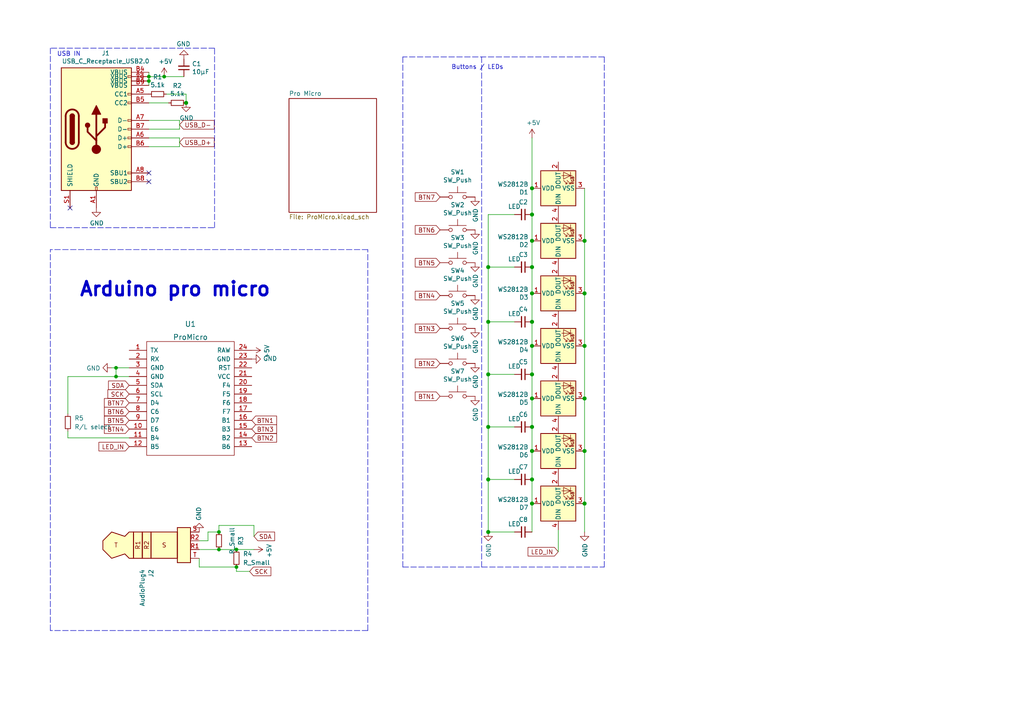
<source format=kicad_sch>
(kicad_sch (version 20211123) (generator eeschema)
  (paper "A4")
  (lib_symbols
    (symbol "Connector:AudioPlug4"
      (property "Reference" "J" (at 10.16 5.08 0))
      (property "Value" "AudioPlug4" (at 11.43 -7.62 0))
      (symbol "AudioPlug4_0_0"
        (text "R1" (at -2.54 -1.27 900) (effects (font (size 1.27 1.27))))
        (text "R2" (at 0 -1.27 900) (effects (font (size 1.27 1.27))))
        (text "S" (at 5.08 -1.27 0) (effects (font (size 1.27 1.27))))
        (text "T" (at -8.89 -1.27 0) (effects (font (size 1.27 1.27))))
      )
      (symbol "AudioPlug4_0_1"
        (rectangle (start -1.27 2.54) (end -3.81 -5.08) (stroke (width 0.254)) (fill (type background)))
        (polyline (pts (xy -3.81 2.54) (xy -5.08 2.54) (xy -6.35 1.27) (xy -10.16 2.54) (xy -12.7 0) (xy -12.7 -2.54) (xy -10.16 -5.08) (xy -6.35 -3.81) (xy -5.08 -5.08) (xy -3.81 -5.08) (xy -3.81 2.54)) (stroke (width 0.254)) (fill (type background)))
        (rectangle (start 1.27 2.54) (end -1.27 -5.08) (stroke (width 0.254)) (fill (type background)))
        (rectangle (start 1.27 2.54) (end 8.89 -5.08) (stroke (width 0.254)) (fill (type background)))
        (rectangle (start 12.7 3.81) (end 8.89 -6.35) (stroke (width 0.254)) (fill (type background)))
      )
      (symbol "AudioPlug4_1_1"
        (pin passive line (at 15.24 -2.54 180) (length 2.54) (name "~") (number "R1"))
        (pin passive line (at 15.24 0 180) (length 2.54) (name "~") (number "R2"))
        (pin passive line (at 15.24 2.54 180) (length 2.54) (name "~") (number "S"))
        (pin passive line (at 15.24 -5.08 180) (length 2.54) (name "~") (number "T"))
      )
    )
    (symbol "Device:C_Small" (pin_numbers hide) (pin_names (offset 0.254) hide)
      (property "Reference" "C" (at 0.254 1.778 0))
      (property "Value" "C_Small" (at 0.254 -2.032 0))
      (symbol "C_Small_0_1"
        (polyline (pts (xy -1.524 -0.508) (xy 1.524 -0.508)) (stroke (width 0.3302)))
        (polyline (pts (xy -1.524 0.508) (xy 1.524 0.508)) (stroke (width 0.3048)))
      )
      (symbol "C_Small_1_1"
        (pin passive line (at 0 2.54 270) (length 2.032) (name "~") (number "1"))
        (pin passive line (at 0 -2.54 90) (length 2.032) (name "~") (number "2"))
      )
    )
    (symbol "Device:R_Small" (pin_numbers hide) (pin_names (offset 0.254) hide)
      (property "Reference" "R" (at 0.762 0.508 0))
      (property "Value" "R_Small" (at 0.762 -1.016 0))
      (symbol "R_Small_0_1"
        (rectangle (start -0.762 1.778) (end 0.762 -1.778) (stroke (width 0.2032)))
      )
      (symbol "R_Small_1_1"
        (pin passive line (at 0 2.54 270) (length 0.762) (name "~") (number "1"))
        (pin passive line (at 0 -2.54 90) (length 0.762) (name "~") (number "2"))
      )
    )
    (symbol "LED:WS2812B" (pin_names (offset 0.254))
      (property "Reference" "D" (at 5.08 5.715 0))
      (property "Value" "WS2812B" (at 1.27 -5.715 0))
      (symbol "WS2812B_0_0"
        (text "RGB" (at 2.286 -4.191 0) (effects (font (size 0.762 0.762))))
      )
      (symbol "WS2812B_0_1"
        (polyline (pts (xy 1.27 -3.556) (xy 1.778 -3.556)))
        (polyline (pts (xy 1.27 -2.54) (xy 1.778 -2.54)))
        (polyline (pts (xy 4.699 -3.556) (xy 2.667 -3.556)))
        (polyline (pts (xy 2.286 -2.54) (xy 1.27 -3.556) (xy 1.27 -3.048)))
        (polyline (pts (xy 2.286 -1.524) (xy 1.27 -2.54) (xy 1.27 -2.032)))
        (polyline (pts (xy 3.683 -1.016) (xy 3.683 -3.556) (xy 3.683 -4.064)))
        (polyline (pts (xy 4.699 -1.524) (xy 2.667 -1.524) (xy 3.683 -3.556) (xy 4.699 -1.524)))
        (rectangle (start 5.08 5.08) (end -5.08 -5.08) (stroke (width 0.254)) (fill (type background)))
      )
      (symbol "WS2812B_1_1"
        (pin power_in line (at 0 7.62 270) (length 2.54) (name "VDD") (number "1"))
        (pin output line (at 7.62 0 180) (length 2.54) (name "DOUT") (number "2"))
        (pin power_in line (at 0 -7.62 90) (length 2.54) (name "VSS") (number "3"))
        (pin input line (at -7.62 0 0) (length 2.54) (name "DIN") (number "4"))
      )
    )
    (symbol "Library:USB_C_All_Receptacle_USB2.0" (pin_names (offset 1.016))
      (property "Reference" "J" (at -10.16 19.05 0))
      (property "Value" "USB_C_All_Receptacle_USB2.0" (at 19.05 19.05 0))
      (symbol "USB_C_All_Receptacle_USB2.0_0_0"
        (rectangle (start -0.254 -17.78) (end 0.254 -16.764))
        (rectangle (start 10.16 -14.986) (end 9.144 -15.494))
        (rectangle (start 10.16 -12.446) (end 9.144 -12.954))
        (rectangle (start 10.16 -4.826) (end 9.144 -5.334))
        (rectangle (start 10.16 -2.286) (end 9.144 -2.794))
        (rectangle (start 10.16 0.254) (end 9.144 -0.254))
        (rectangle (start 10.16 2.794) (end 9.144 2.286))
        (rectangle (start 10.16 7.874) (end 9.144 7.366))
        (rectangle (start 10.16 10.414) (end 9.144 9.906))
        (rectangle (start 10.16 15.494) (end 9.144 14.986))
      )
      (symbol "USB_C_All_Receptacle_USB2.0_0_1"
        (rectangle (start -10.16 17.78) (end 10.16 -17.78) (stroke (width 0.254)) (fill (type background)))
        (arc (start -8.89 -3.81) (mid -6.985 -5.715) (end -5.08 -3.81) (stroke (width 0.508)))
        (arc (start -7.62 -3.81) (mid -6.985 -4.445) (end -6.35 -3.81) (stroke (width 0.254)))
        (arc (start -7.62 -3.81) (mid -6.985 -4.445) (end -6.35 -3.81) (stroke (width 0.254)) (fill (type outline)))
        (rectangle (start -7.62 -3.81) (end -6.35 3.81) (stroke (width 0.254)) (fill (type outline)))
        (arc (start -6.35 3.81) (mid -6.985 4.445) (end -7.62 3.81) (stroke (width 0.254)))
        (arc (start -6.35 3.81) (mid -6.985 4.445) (end -7.62 3.81) (stroke (width 0.254)) (fill (type outline)))
        (arc (start -5.08 3.81) (mid -6.985 5.715) (end -8.89 3.81) (stroke (width 0.508)))
        (circle (center -2.54 1.143) (radius 0.635) (stroke (width 0.254)) (fill (type outline)))
        (circle (center 0 -5.842) (radius 1.27) (fill (type outline)))
        (polyline (pts (xy -8.89 -3.81) (xy -8.89 3.81)) (stroke (width 0.508)))
        (polyline (pts (xy -5.08 3.81) (xy -5.08 -3.81)) (stroke (width 0.508)))
        (polyline (pts (xy 0 -5.842) (xy 0 4.318)) (stroke (width 0.508)))
        (polyline (pts (xy 0 -3.302) (xy -2.54 -0.762) (xy -2.54 0.508)) (stroke (width 0.508)))
        (polyline (pts (xy 0 -2.032) (xy 2.54 0.508) (xy 2.54 1.778)) (stroke (width 0.508)))
        (polyline (pts (xy -1.27 4.318) (xy 0 6.858) (xy 1.27 4.318) (xy -1.27 4.318)) (stroke (width 0.254)) (fill (type outline)))
        (rectangle (start 1.905 1.778) (end 3.175 3.048) (stroke (width 0.254)) (fill (type outline)))
      )
      (symbol "USB_C_All_Receptacle_USB2.0_1_1"
        (pin passive line (at 0 -22.86 90) (length 5.08) (name "GND") (number "A1"))
        (pin passive line (at 0 -22.86 90) (length 5.08) hide (name "GND") (number "A12"))
        (pin passive line (at 15.24 15.24 180) (length 5.08) (name "VBUS") (number "A4"))
        (pin bidirectional line (at 15.24 10.16 180) (length 5.08) (name "CC1") (number "A5"))
        (pin bidirectional line (at 15.24 -2.54 180) (length 5.08) (name "D+") (number "A6"))
        (pin bidirectional line (at 15.24 2.54 180) (length 5.08) (name "D-") (number "A7"))
        (pin bidirectional line (at 15.24 -12.7 180) (length 5.08) (name "SBU1") (number "A8"))
        (pin passive line (at 15.24 13.97 180) (length 5.08) (name "VBUS") (number "A9"))
        (pin passive line (at 0 -22.86 90) (length 5.08) hide (name "GND") (number "B1"))
        (pin passive line (at 0 -22.86 90) (length 5.08) hide (name "GND") (number "B12"))
        (pin passive line (at 15.24 16.51 180) (length 5.08) (name "VBUS") (number "B4"))
        (pin bidirectional line (at 15.24 7.62 180) (length 5.08) (name "CC2") (number "B5"))
        (pin bidirectional line (at 15.24 -5.08 180) (length 5.08) (name "D+") (number "B6"))
        (pin bidirectional line (at 15.24 0 180) (length 5.08) (name "D-") (number "B7"))
        (pin bidirectional line (at 15.24 -15.24 180) (length 5.08) (name "SBU2") (number "B8"))
        (pin passive line (at 15.24 12.7 180) (length 5.08) (name "VBUS") (number "B9"))
        (pin passive line (at -7.62 -22.86 90) (length 5.08) (name "SHIELD") (number "S1"))
      )
    )
    (symbol "Switch:SW_Push" (pin_numbers hide) (pin_names (offset 1.016) hide)
      (property "Reference" "SW" (at 1.27 2.54 0))
      (property "Value" "SW_Push" (at 0 -1.524 0))
      (symbol "SW_Push_0_1"
        (circle (center -2.032 0) (radius 0.508))
        (polyline (pts (xy 0 1.27) (xy 0 3.048)))
        (polyline (pts (xy 2.54 1.27) (xy -2.54 1.27)))
        (circle (center 2.032 0) (radius 0.508))
        (pin passive line (at -5.08 0 0) (length 2.54) (name "1") (number "1"))
        (pin passive line (at 5.08 0 180) (length 2.54) (name "2") (number "2"))
      )
    )
    (symbol "power:+5V" (power) (pin_names (offset 0))
      (property "Value" "+5V" (at 0 3.556 0))
      (symbol "+5V_0_1"
        (polyline (pts (xy -0.762 1.27) (xy 0 2.54)))
        (polyline (pts (xy 0 0) (xy 0 2.54)))
        (polyline (pts (xy 0 2.54) (xy 0.762 1.27)))
      )
      (symbol "+5V_1_1"
        (pin power_in line (at 0 0 90) (length 0) hide (name "+5V") (number "1"))
      )
    )
    (symbol "power:GND" (power) (pin_names (offset 0))
      (property "Value" "GND" (at 0 -3.81 0))
      (symbol "GND_0_1"
        (polyline (pts (xy 0 0) (xy 0 -1.27) (xy 1.27 -1.27) (xy 0 -2.54) (xy -1.27 -1.27) (xy 0 -1.27)))
      )
      (symbol "GND_1_1"
        (pin power_in line (at 0 0 270) (length 0) hide (name "GND") (number "1"))
      )
    )
    (symbol "promicro:ProMicro" (pin_names (offset 1.016))
      (property "Reference" "U" (at 0 24.13 0))
      (property "Value" "ProMicro" (at 0 -13.97 0))
      (symbol "ProMicro_0_1"
        (rectangle (start -12.7 21.59) (end 12.7 -11.43))
      )
      (symbol "ProMicro_1_1"
        (pin bidirectional line (at -17.78 19.05 0) (length 5.08) (name "TX") (number "1"))
        (pin bidirectional line (at -17.78 -3.81 0) (length 5.08) (name "E6") (number "10"))
        (pin bidirectional line (at -17.78 -6.35 0) (length 5.08) (name "B4") (number "11"))
        (pin bidirectional line (at -17.78 -8.89 0) (length 5.08) (name "B5") (number "12"))
        (pin bidirectional line (at 17.78 -8.89 180) (length 5.08) (name "B6") (number "13"))
        (pin bidirectional line (at 17.78 -6.35 180) (length 5.08) (name "B2") (number "14"))
        (pin bidirectional line (at 17.78 -3.81 180) (length 5.08) (name "B3") (number "15"))
        (pin bidirectional line (at 17.78 -1.27 180) (length 5.08) (name "B1") (number "16"))
        (pin bidirectional line (at 17.78 1.27 180) (length 5.08) (name "F7") (number "17"))
        (pin bidirectional line (at 17.78 3.81 180) (length 5.08) (name "F6") (number "18"))
        (pin bidirectional line (at 17.78 6.35 180) (length 5.08) (name "F5") (number "19"))
        (pin bidirectional line (at -17.78 16.51 0) (length 5.08) (name "RX") (number "2"))
        (pin bidirectional line (at 17.78 8.89 180) (length 5.08) (name "F4") (number "20"))
        (pin power_in line (at 17.78 11.43 180) (length 5.08) (name "VCC") (number "21"))
        (pin input line (at 17.78 13.97 180) (length 5.08) (name "RST") (number "22"))
        (pin power_in line (at 17.78 16.51 180) (length 5.08) (name "GND") (number "23"))
        (pin power_out line (at 17.78 19.05 180) (length 5.08) (name "RAW") (number "24"))
        (pin power_in line (at -17.78 13.97 0) (length 5.08) (name "GND") (number "3"))
        (pin power_in line (at -17.78 11.43 0) (length 5.08) (name "GND") (number "4"))
        (pin bidirectional line (at -17.78 8.89 0) (length 5.08) (name "SDA") (number "5"))
        (pin bidirectional line (at -17.78 6.35 0) (length 5.08) (name "SCL") (number "6"))
        (pin bidirectional line (at -17.78 3.81 0) (length 5.08) (name "D4") (number "7"))
        (pin bidirectional line (at -17.78 1.27 0) (length 5.08) (name "C6") (number "8"))
        (pin bidirectional line (at -17.78 -1.27 0) (length 5.08) (name "D7") (number "9"))
      )
    )
  )
  (junction (at 154.305 123.825) (diameter 1.016))
  (junction (at 63.5 159.385))
  (junction (at 33.655 106.68))
  (junction (at 154.305 100.33) (diameter 1.016))
  (junction (at 141.605 154.305) (diameter 1.016))
  (junction (at 68.58 159.385))
  (junction (at 53.975 29.845) (diameter 1.016))
  (junction (at 154.305 85.09) (diameter 1.016))
  (junction (at 169.545 69.85) (diameter 1.016))
  (junction (at 154.305 108.585) (diameter 1.016))
  (junction (at 47.625 22.225))
  (junction (at 154.305 54.61) (diameter 1.016))
  (junction (at 141.605 123.825) (diameter 1.016))
  (junction (at 43.18 23.495))
  (junction (at 154.305 139.065) (diameter 1.016))
  (junction (at 141.605 93.345) (diameter 1.016))
  (junction (at 154.305 115.57) (diameter 1.016))
  (junction (at 154.305 69.85) (diameter 1.016))
  (junction (at 169.545 115.57) (diameter 1.016))
  (junction (at 169.545 85.09) (diameter 1.016))
  (junction (at 154.305 93.345) (diameter 1.016))
  (junction (at 154.305 77.47) (diameter 1.016))
  (junction (at 33.655 109.22))
  (junction (at 141.605 108.585) (diameter 1.016))
  (junction (at 141.605 139.065) (diameter 1.016))
  (junction (at 169.545 100.33) (diameter 1.016))
  (junction (at 154.305 146.05) (diameter 1.016))
  (junction (at 154.305 62.23) (diameter 1.016))
  (junction (at 154.305 130.81) (diameter 1.016))
  (junction (at 141.605 77.47) (diameter 1.016))
  (junction (at 63.5 154.305))
  (junction (at 169.545 146.05) (diameter 1.016))
  (junction (at 43.18 22.225))
  (junction (at 169.545 130.81) (diameter 1.016))
  (junction (at 68.58 164.465))
  (no_connect (at 43.18 52.705))
  (no_connect (at 20.32 60.325))
  (no_connect (at 43.18 50.165))
  (wire (pts (xy 19.685 120.015) (xy 19.685 109.22)))
  (wire (pts (xy 154.305 40.005) (xy 154.305 54.61)))
  (polyline (pts (xy 62.23 13.97) (xy 14.605 13.97)) (stroke (width 0) (type dash)))
  (wire (pts (xy 43.18 42.545) (xy 52.07 42.545)))
  (polyline (pts (xy 106.68 182.88) (xy 106.68 72.39)) (stroke (width 0) (type dash)))
  (wire (pts (xy 154.305 123.825) (xy 154.305 130.81)))
  (wire (pts (xy 52.07 40.005) (xy 52.07 42.545)))
  (polyline (pts (xy 62.23 66.04) (xy 62.23 13.97)) (stroke (width 0) (type dash)))
  (wire (pts (xy 43.18 37.465) (xy 52.07 37.465)))
  (wire (pts (xy 169.545 69.85) (xy 169.545 85.09)))
  (wire (pts (xy 43.18 22.225) (xy 43.18 23.495)))
  (wire (pts (xy 169.545 130.81) (xy 169.545 146.05)))
  (wire (pts (xy 169.545 100.33) (xy 169.545 115.57)))
  (wire (pts (xy 149.225 139.065) (xy 141.605 139.065)))
  (wire (pts (xy 37.465 127) (xy 19.685 127)))
  (wire (pts (xy 141.605 93.345) (xy 141.605 77.47)))
  (polyline (pts (xy 116.84 164.465) (xy 175.26 164.465)) (stroke (width 0) (type dash)))
  (wire (pts (xy 63.5 152.4) (xy 63.5 154.305)))
  (wire (pts (xy 53.975 27.305) (xy 53.975 29.845)))
  (wire (pts (xy 149.225 123.825) (xy 141.605 123.825)))
  (wire (pts (xy 169.545 146.05) (xy 169.545 154.305)))
  (wire (pts (xy 141.605 123.825) (xy 141.605 108.585)))
  (wire (pts (xy 48.26 27.305) (xy 53.975 27.305)))
  (wire (pts (xy 154.305 139.065) (xy 154.305 146.05)))
  (wire (pts (xy 32.385 106.68) (xy 33.655 106.68)))
  (wire (pts (xy 43.18 34.925) (xy 52.07 34.925)))
  (wire (pts (xy 149.225 77.47) (xy 141.605 77.47)))
  (wire (pts (xy 68.58 164.465) (xy 57.785 164.465)))
  (wire (pts (xy 43.18 29.845) (xy 48.895 29.845)))
  (wire (pts (xy 72.39 165.735) (xy 68.58 165.735)))
  (wire (pts (xy 154.305 146.05) (xy 154.305 154.305)))
  (wire (pts (xy 141.605 139.065) (xy 141.605 154.305)))
  (wire (pts (xy 154.305 85.09) (xy 154.305 93.345)))
  (wire (pts (xy 63.5 159.385) (xy 68.58 159.385)))
  (wire (pts (xy 57.785 164.465) (xy 57.785 161.925)))
  (wire (pts (xy 169.545 115.57) (xy 169.545 130.81)))
  (polyline (pts (xy 106.68 72.39) (xy 14.605 72.39)) (stroke (width 0) (type dash)))
  (wire (pts (xy 37.465 109.22) (xy 33.655 109.22)))
  (wire (pts (xy 33.655 109.22) (xy 33.655 106.68)))
  (wire (pts (xy 141.605 77.47) (xy 141.605 62.23)))
  (wire (pts (xy 60.325 156.845) (xy 60.325 154.305)))
  (wire (pts (xy 154.305 93.345) (xy 154.305 100.33)))
  (wire (pts (xy 154.305 130.81) (xy 154.305 139.065)))
  (wire (pts (xy 43.18 23.495) (xy 43.18 24.765)))
  (wire (pts (xy 154.305 54.61) (xy 154.305 62.23)))
  (polyline (pts (xy 175.26 164.465) (xy 175.26 16.51)) (stroke (width 0) (type dash)))
  (wire (pts (xy 60.325 154.305) (xy 63.5 154.305)))
  (wire (pts (xy 57.785 156.845) (xy 60.325 156.845)))
  (wire (pts (xy 19.685 127) (xy 19.685 125.095)))
  (polyline (pts (xy 14.605 13.97) (xy 14.605 66.04)) (stroke (width 0) (type dash)))
  (wire (pts (xy 169.545 85.09) (xy 169.545 100.33)))
  (polyline (pts (xy 175.26 16.51) (xy 116.84 16.51)) (stroke (width 0) (type dash)))
  (wire (pts (xy 43.18 22.225) (xy 47.625 22.225)))
  (wire (pts (xy 68.58 165.735) (xy 68.58 164.465)))
  (wire (pts (xy 141.605 139.065) (xy 141.605 123.825)))
  (wire (pts (xy 154.305 62.23) (xy 154.305 69.85)))
  (polyline (pts (xy 14.605 182.88) (xy 14.605 72.39)) (stroke (width 0) (type dash)))
  (wire (pts (xy 149.225 62.23) (xy 141.605 62.23)))
  (wire (pts (xy 154.305 77.47) (xy 154.305 85.09)))
  (wire (pts (xy 149.225 108.585) (xy 141.605 108.585)))
  (wire (pts (xy 43.18 20.955) (xy 43.18 22.225)))
  (wire (pts (xy 141.605 154.305) (xy 149.225 154.305)))
  (wire (pts (xy 33.655 106.68) (xy 37.465 106.68)))
  (wire (pts (xy 52.07 34.925) (xy 52.07 37.465)))
  (polyline (pts (xy 106.68 182.88) (xy 14.605 182.88)) (stroke (width 0) (type dash)))
  (wire (pts (xy 154.305 108.585) (xy 154.305 115.57)))
  (wire (pts (xy 169.545 54.61) (xy 169.545 69.85)))
  (polyline (pts (xy 14.605 66.04) (xy 62.23 66.04)) (stroke (width 0) (type dash)))
  (wire (pts (xy 68.58 159.385) (xy 73.66 159.385)))
  (wire (pts (xy 43.18 40.005) (xy 52.07 40.005)))
  (wire (pts (xy 19.685 109.22) (xy 33.655 109.22)))
  (wire (pts (xy 154.305 100.33) (xy 154.305 108.585)))
  (wire (pts (xy 57.785 159.385) (xy 63.5 159.385)))
  (wire (pts (xy 161.925 153.67) (xy 161.925 160.02)))
  (wire (pts (xy 154.305 69.85) (xy 154.305 77.47)))
  (wire (pts (xy 141.605 108.585) (xy 141.605 93.345)))
  (wire (pts (xy 73.66 155.575) (xy 73.66 152.4)))
  (wire (pts (xy 47.625 22.225) (xy 53.34 22.225)))
  (polyline (pts (xy 139.7 16.51) (xy 139.7 164.465)) (stroke (width 0) (type dash)))
  (wire (pts (xy 73.66 152.4) (xy 63.5 152.4)))
  (polyline (pts (xy 116.84 16.51) (xy 116.84 164.465)) (stroke (width 0) (type dash)))
  (wire (pts (xy 149.225 93.345) (xy 141.605 93.345)))
  (wire (pts (xy 154.305 115.57) (xy 154.305 123.825)))
  (text "Arduino pro micro" (at 78.74 86.36 180) (effects (font (size 4 4) (thickness 0.8) bold) (justify right bottom)))
  (text "Buttons / LEDs" (at 146.05 20.32 180) (effects (font (size 1.27 1.27)) (justify right bottom)))
  (text "USB IN" (at 16.51 16.51 0) (effects (font (size 1.27 1.27)) (justify left bottom)))
  (global_label "BTN3" (shape input) (at 73.025 124.46 0) (property "Intersheet References" "${INTERSHEET_REFS}" (effects hide)))
  (global_label "BTN4" (shape input) (at 127.635 85.725 180) (property "Intersheet References" "${INTERSHEET_REFS}" (effects hide)))
  (global_label "BTN4" (shape input) (at 37.465 124.46 180) (property "Intersheet References" "${INTERSHEET_REFS}" (effects hide)))
  (global_label "BTN6" (shape input) (at 127.635 66.675 180) (property "Intersheet References" "${INTERSHEET_REFS}" (effects hide)))
  (global_label "BTN7" (shape input) (at 127.635 57.15 180) (property "Intersheet References" "${INTERSHEET_REFS}" (effects hide)))
  (global_label "BTN5" (shape input) (at 37.465 121.92 180) (property "Intersheet References" "${INTERSHEET_REFS}" (effects hide)))
  (global_label "BTN2" (shape input) (at 73.025 127 0) (property "Intersheet References" "${INTERSHEET_REFS}" (effects hide)))
  (global_label "BTN5" (shape input) (at 127.635 76.2 180) (property "Intersheet References" "${INTERSHEET_REFS}" (effects hide)))
  (global_label "BTN7" (shape input) (at 37.465 116.84 180) (property "Intersheet References" "${INTERSHEET_REFS}" (effects hide)))
  (global_label "BTN3" (shape input) (at 127.635 95.25 180) (property "Intersheet References" "${INTERSHEET_REFS}" (effects hide)))
  (global_label "BTN1" (shape input) (at 127.635 114.935 180) (property "Intersheet References" "${INTERSHEET_REFS}" (effects hide)))
  (global_label "LED_IN" (shape input) (at 161.925 160.02 180) (property "Intersheet References" "${INTERSHEET_REFS}" (effects hide)))
  (global_label "SCK" (shape input) (at 72.39 165.735 0) (property "Intersheet References" "${INTERSHEET_REFS}" (effects hide)))
  (global_label "SDA" (shape input) (at 37.465 111.76 180) (property "Intersheet References" "${INTERSHEET_REFS}" (effects hide)))
  (global_label "SDA" (shape input) (at 73.66 155.575 0) (property "Intersheet References" "${INTERSHEET_REFS}" (effects hide)))
  (global_label "LED_IN" (shape input) (at 37.465 129.54 180) (property "Intersheet References" "${INTERSHEET_REFS}" (effects hide)))
  (global_label "USB_D-" (shape input) (at 52.07 36.195 0) (property "Intersheet References" "${INTERSHEET_REFS}" (effects hide)))
  (global_label "USB_D+" (shape input) (at 52.07 41.275 0) (property "Intersheet References" "${INTERSHEET_REFS}" (effects hide)))
  (global_label "BTN1" (shape input) (at 73.025 121.92 0) (property "Intersheet References" "${INTERSHEET_REFS}" (effects hide)))
  (global_label "BTN2" (shape input) (at 127.635 105.41 180) (property "Intersheet References" "${INTERSHEET_REFS}" (effects hide)))
  (global_label "SCK" (shape input) (at 37.465 114.3 180) (property "Intersheet References" "${INTERSHEET_REFS}" (effects hide)))
  (global_label "BTN6" (shape input) (at 37.465 119.38 180) (property "Intersheet References" "${INTERSHEET_REFS}" (effects hide)))
  (symbol (lib_id "power:GND") (at 137.795 105.41 0) (unit 1)
    (property "Reference" "#PWR0108" (effects hide))
    (property "Value" "GND" (at 137.922 108.6612 90) (effects (justify right)))
  )
  (symbol (lib_id "power:GND") (at 137.795 57.15 0) (unit 1)
    (property "Reference" "#PWR0114" (effects hide))
    (property "Value" "GND" (at 137.922 60.4012 90) (effects (justify right)))
  )
  (symbol (lib_id "Library:USB_C_All_Receptacle_USB2.0") (at 27.94 37.465 0) (unit 1)
    (property "Reference" "J1" (at 30.6578 15.4432 0))
    (property "Value" "USB_C_Receptacle_USB2.0" (at 30.6578 17.7546 0))
    (property "Footprint" "Library:SS52400002" (effects hide))
    (property "Datasheet" "https://www.usb.org/sites/default/files/documents/usb_type-c.zip" (effects hide))
  )
  (symbol (lib_id "LED:WS2812B") (at 161.925 54.61 90) (unit 1)
    (property "Reference" "D1" (at 153.2889 55.7594 90) (effects (justify left)))
    (property "Value" "WS2812B" (at 153.2889 53.4607 90) (effects (justify left)))
    (property "Footprint" "Library:LED_WS2812B_PLCC4_2.2x2.2mm" (effects hide))
    (property "Datasheet" "https://cdn-shop.adafruit.com/datasheets/WS2812B.pdf" (effects hide))
  )
  (symbol (lib_id "power:GND") (at 53.975 29.845 0) (unit 1)
    (property "Reference" "#PWR0103" (effects hide))
    (property "Value" "GND" (at 54.102 34.2392 0))
  )
  (symbol (lib_id "power:GND") (at 73.025 104.14 90) (unit 1)
    (property "Reference" "#PWR0106" (effects hide))
    (property "Value" "GND" (at 76.2762 104.013 90) (effects (justify right)))
  )
  (symbol (lib_id "Switch:SW_Push") (at 132.715 57.15 0) (unit 1)
    (property "Reference" "SW1" (at 132.715 49.911 0))
    (property "Value" "SW_Push" (at 132.715 52.2224 0))
    (property "Footprint" "Library:SW_PG1350" (effects hide))
  )
  (symbol (lib_id "Device:C_Small") (at 151.765 108.585 270) (unit 1)
    (property "Reference" "C5" (at 153.137 104.978 90) (effects (justify right)))
    (property "Value" "LED" (at 151.003 106.248 90) (effects (justify right)))
    (property "Footprint" "Capacitor_SMD:C_0603_1608Metric_Pad1.08x0.95mm_HandSolder" (effects hide))
  )
  (symbol (lib_id "Switch:SW_Push") (at 132.715 85.725 0) (unit 1)
    (property "Reference" "SW4" (at 132.715 78.486 0))
    (property "Value" "SW_Push" (at 132.715 80.7974 0))
    (property "Footprint" "Library:SW_PG1350" (effects hide))
  )
  (symbol (lib_id "power:GND") (at 137.795 66.675 0) (unit 1)
    (property "Reference" "#PWR0117" (effects hide))
    (property "Value" "GND" (at 137.922 69.9262 90) (effects (justify right)))
  )
  (symbol (lib_id "Connector:AudioPlug4") (at 42.545 156.845 0) (unit 1)
    (property "Reference" "J2" (at 43.8151 165.1 90) (effects (justify right)))
    (property "Value" "AudioPlug4" (at 41.2751 165.1 90) (effects (justify right)))
    (property "Footprint" "Connector_Audio:Jack_3.5mm_PJ320D_Horizontal" (effects hide))
  )
  (symbol (lib_id "power:+5V") (at 73.66 159.385 270) (unit 1)
    (property "Reference" "#PWR0101" (effects hide))
    (property "Value" "+5V" (at 78.0542 159.766 0))
  )
  (symbol (lib_id "power:GND") (at 169.545 154.305 0) (unit 1)
    (property "Reference" "#PWR0109" (effects hide))
    (property "Value" "GND" (at 169.672 157.5562 90) (effects (justify right)))
  )
  (symbol (lib_id "power:GND") (at 137.795 95.25 0) (unit 1)
    (property "Reference" "#PWR0119" (effects hide))
    (property "Value" "GND" (at 137.922 98.5012 90) (effects (justify right)))
  )
  (symbol (lib_id "promicro:ProMicro") (at 55.245 120.65 0) (unit 1)
    (property "Reference" "U1" (at 55.245 93.98 0) (effects (font (size 1.524 1.524))))
    (property "Value" "ProMicro" (at 55.245 97.79 0) (effects (font (size 1.524 1.524))))
    (property "Footprint" "Library:ProMicro" (effects hide))
  )
  (symbol (lib_id "LED:WS2812B") (at 161.925 146.05 90) (unit 1)
    (property "Reference" "D7" (at 153.2889 147.1994 90) (effects (justify left)))
    (property "Value" "WS2812B" (at 153.2889 144.9007 90) (effects (justify left)))
    (property "Footprint" "Library:LED_WS2812B_PLCC4_2.2x2.2mm" (effects hide))
    (property "Datasheet" "https://cdn-shop.adafruit.com/datasheets/WS2812B.pdf" (effects hide))
  )
  (symbol (lib_id "LED:WS2812B") (at 161.925 85.09 90) (unit 1)
    (property "Reference" "D3" (at 153.2889 86.2394 90) (effects (justify left)))
    (property "Value" "WS2812B" (at 153.2889 83.9407 90) (effects (justify left)))
    (property "Footprint" "Library:LED_WS2812B_PLCC4_2.2x2.2mm" (effects hide))
    (property "Datasheet" "https://cdn-shop.adafruit.com/datasheets/WS2812B.pdf" (effects hide))
  )
  (symbol (lib_id "Device:C_Small") (at 151.765 93.345 270) (unit 1)
    (property "Reference" "C4" (at 153.137 89.738 90) (effects (justify right)))
    (property "Value" "LED" (at 151.003 91.008 90) (effects (justify right)))
    (property "Footprint" "Capacitor_SMD:C_0603_1608Metric_Pad1.08x0.95mm_HandSolder" (effects hide))
  )
  (symbol (lib_id "Switch:SW_Push") (at 132.715 66.675 0) (unit 1)
    (property "Reference" "SW2" (at 132.715 59.436 0))
    (property "Value" "SW_Push" (at 132.715 61.7474 0))
    (property "Footprint" "Library:SW_PG1350" (effects hide))
  )
  (symbol (lib_id "power:GND") (at 137.795 114.935 0) (unit 1)
    (property "Reference" "#PWR0107" (effects hide))
    (property "Value" "GND" (at 137.922 118.1862 90) (effects (justify right)))
  )
  (symbol (lib_id "power:+5V") (at 73.025 101.6 270) (unit 1)
    (property "Reference" "#PWR0104" (effects hide))
    (property "Value" "+5V" (at 77.4192 101.981 0))
  )
  (symbol (lib_id "Device:C_Small") (at 151.765 62.23 270) (unit 1)
    (property "Reference" "C2" (at 153.137 58.623 90) (effects (justify right)))
    (property "Value" "LED" (at 151.003 59.893 90) (effects (justify right)))
    (property "Footprint" "Capacitor_SMD:C_0603_1608Metric_Pad1.08x0.95mm_HandSolder" (effects hide))
  )
  (symbol (lib_id "Device:C_Small") (at 151.765 139.065 270) (unit 1)
    (property "Reference" "C7" (at 153.137 135.458 90) (effects (justify right)))
    (property "Value" "LED" (at 151.003 136.728 90) (effects (justify right)))
    (property "Footprint" "Capacitor_SMD:C_0603_1608Metric_Pad1.08x0.95mm_HandSolder" (effects hide))
  )
  (symbol (lib_id "LED:WS2812B") (at 161.925 100.33 90) (unit 1)
    (property "Reference" "D4" (at 153.2889 101.4794 90) (effects (justify left)))
    (property "Value" "WS2812B" (at 153.2889 99.1807 90) (effects (justify left)))
    (property "Footprint" "Library:LED_WS2812B_PLCC4_2.2x2.2mm" (effects hide))
    (property "Datasheet" "https://cdn-shop.adafruit.com/datasheets/WS2812B.pdf" (effects hide))
  )
  (symbol (lib_id "power:GND") (at 137.795 85.725 0) (unit 1)
    (property "Reference" "#PWR0116" (effects hide))
    (property "Value" "GND" (at 137.922 88.9762 90) (effects (justify right)))
  )
  (symbol (lib_id "power:+5V") (at 47.625 22.225 0) (unit 1)
    (property "Reference" "#PWR0111" (effects hide))
    (property "Value" "+5V" (at 48.006 17.8308 0))
  )
  (symbol (lib_id "Device:C_Small") (at 151.765 154.305 270) (unit 1)
    (property "Reference" "C8" (at 153.137 150.698 90) (effects (justify right)))
    (property "Value" "LED" (at 151.003 151.968 90) (effects (justify right)))
    (property "Footprint" "Capacitor_SMD:C_0603_1608Metric_Pad1.08x0.95mm_HandSolder" (effects hide))
  )
  (symbol (lib_id "power:GND") (at 53.34 17.145 180) (unit 1)
    (property "Reference" "#PWR0112" (effects hide))
    (property "Value" "GND" (at 53.213 12.7508 0))
  )
  (symbol (lib_id "power:GND") (at 57.785 154.305 180) (unit 1)
    (property "Reference" "#PWR0102" (effects hide))
    (property "Value" "GND" (at 57.658 151.0538 90) (effects (justify right)))
  )
  (symbol (lib_id "power:+5V") (at 154.305 40.005 0) (unit 1)
    (property "Reference" "#PWR0115" (effects hide))
    (property "Value" "+5V" (at 154.686 35.6108 0))
  )
  (symbol (lib_id "power:GND") (at 27.94 60.325 0) (unit 1)
    (property "Reference" "#PWR0113" (effects hide))
    (property "Value" "GND" (at 28.067 64.7192 0))
  )
  (symbol (lib_id "power:GND") (at 32.385 106.68 270) (unit 1)
    (property "Reference" "#PWR0105" (effects hide))
    (property "Value" "GND" (at 29.1338 106.807 90) (effects (justify right)))
  )
  (symbol (lib_id "Device:C_Small") (at 151.765 123.825 270) (unit 1)
    (property "Reference" "C6" (at 153.137 120.218 90) (effects (justify right)))
    (property "Value" "LED" (at 151.003 121.488 90) (effects (justify right)))
    (property "Footprint" "Capacitor_SMD:C_0603_1608Metric_Pad1.08x0.95mm_HandSolder" (effects hide))
  )
  (symbol (lib_id "Device:C_Small") (at 53.34 19.685 180) (unit 1)
    (property "Reference" "C1" (at 55.6768 18.5166 0) (effects (justify right)))
    (property "Value" "10µF" (at 55.6768 20.828 0) (effects (justify right)))
    (property "Footprint" "Capacitor_SMD:C_0805_2012Metric_Pad1.18x1.45mm_HandSolder" (effects hide))
  )
  (symbol (lib_id "power:GND") (at 141.605 154.305 0) (unit 1)
    (property "Reference" "#PWR0110" (effects hide))
    (property "Value" "GND" (at 141.732 157.5562 90) (effects (justify right)))
  )
  (symbol (lib_id "LED:WS2812B") (at 161.925 115.57 90) (unit 1)
    (property "Reference" "D5" (at 153.2889 116.7194 90) (effects (justify left)))
    (property "Value" "WS2812B" (at 153.2889 114.4207 90) (effects (justify left)))
    (property "Footprint" "Library:LED_WS2812B_PLCC4_2.2x2.2mm" (effects hide))
    (property "Datasheet" "https://cdn-shop.adafruit.com/datasheets/WS2812B.pdf" (effects hide))
  )
  (symbol (lib_id "Switch:SW_Push") (at 132.715 76.2 0) (unit 1)
    (property "Reference" "SW3" (at 132.715 68.961 0))
    (property "Value" "SW_Push" (at 132.715 71.2724 0))
    (property "Footprint" "Library:SW_PG1350" (effects hide))
  )
  (symbol (lib_id "Device:C_Small") (at 151.765 77.47 270) (unit 1)
    (property "Reference" "C3" (at 153.137 73.863 90) (effects (justify right)))
    (property "Value" "LED" (at 151.003 75.133 90) (effects (justify right)))
    (property "Footprint" "Capacitor_SMD:C_0603_1608Metric_Pad1.08x0.95mm_HandSolder" (effects hide))
  )
  (symbol (lib_id "Device:R_Small") (at 68.58 161.925 180) (unit 1)
    (property "Reference" "R4" (at 70.485 160.6549 0) (effects (justify right)))
    (property "Value" "R_Small" (at 70.485 163.1949 0) (effects (justify right)))
    (property "Footprint" "Resistor_SMD:R_0603_1608Metric_Pad0.98x0.95mm_HandSolder" (effects hide))
  )
  (symbol (lib_id "Device:R_Small") (at 51.435 29.845 90) (unit 1)
    (property "Reference" "R2" (at 51.435 24.8666 90))
    (property "Value" "5.1k" (at 51.435 27.178 90))
    (property "Footprint" "Resistor_SMD:R_0603_1608Metric_Pad0.98x0.95mm_HandSolder" (effects hide))
  )
  (symbol (lib_id "power:GND") (at 137.795 76.2 0) (unit 1)
    (property "Reference" "#PWR0118" (effects hide))
    (property "Value" "GND" (at 137.922 79.4512 90) (effects (justify right)))
  )
  (symbol (lib_id "Switch:SW_Push") (at 132.715 114.935 0) (unit 1)
    (property "Reference" "SW7" (at 132.715 107.696 0))
    (property "Value" "SW_Push" (at 132.715 110.0074 0))
    (property "Footprint" "Library:SW_PG1350" (effects hide))
  )
  (symbol (lib_id "Switch:SW_Push") (at 132.715 95.25 0) (unit 1)
    (property "Reference" "SW5" (at 132.715 88.011 0))
    (property "Value" "SW_Push" (at 132.715 90.3224 0))
    (property "Footprint" "Library:SW_PG1350" (effects hide))
  )
  (symbol (lib_id "Device:R_Small") (at 45.72 27.305 90) (unit 1)
    (property "Reference" "R1" (at 45.72 22.3266 90))
    (property "Value" "5.1k" (at 45.72 24.638 90))
    (property "Footprint" "Resistor_SMD:R_0603_1608Metric_Pad0.98x0.95mm_HandSolder" (effects hide))
  )
  (symbol (lib_id "Device:R_Small") (at 63.5 156.845 180) (unit 1)
    (property "Reference" "R3" (at 69.85 156.845 90))
    (property "Value" "R_Small" (at 67.31 156.845 90))
    (property "Footprint" "Resistor_SMD:R_0603_1608Metric_Pad0.98x0.95mm_HandSolder" (effects hide))
  )
  (symbol (lib_id "LED:WS2812B") (at 161.925 130.81 90) (unit 1)
    (property "Reference" "D6" (at 153.2889 131.9594 90) (effects (justify left)))
    (property "Value" "WS2812B" (at 153.2889 129.6607 90) (effects (justify left)))
    (property "Footprint" "Library:LED_WS2812B_PLCC4_2.2x2.2mm" (effects hide))
    (property "Datasheet" "https://cdn-shop.adafruit.com/datasheets/WS2812B.pdf" (effects hide))
  )
  (symbol (lib_id "Switch:SW_Push") (at 132.715 105.41 0) (unit 1)
    (property "Reference" "SW6" (at 132.715 98.171 0))
    (property "Value" "SW_Push" (at 132.715 100.4824 0))
    (property "Footprint" "Library:SW_PG1350" (effects hide))
  )
  (symbol (lib_id "LED:WS2812B") (at 161.925 69.85 90) (unit 1)
    (property "Reference" "D2" (at 153.2889 70.9994 90) (effects (justify left)))
    (property "Value" "WS2812B" (at 153.2889 68.7007 90) (effects (justify left)))
    (property "Footprint" "Library:LED_WS2812B_PLCC4_2.2x2.2mm" (effects hide))
    (property "Datasheet" "https://cdn-shop.adafruit.com/datasheets/WS2812B.pdf" (effects hide))
  )
  (symbol (lib_id "Device:R_Small") (at 19.685 122.555 180) (unit 1)
    (property "Reference" "R5" (at 21.59 121.2849 0) (effects (justify right)))
    (property "Value" "R/L select" (at 21.59 123.8249 0) (effects (justify right)))
    (property "Footprint" "Resistor_SMD:R_0805_2012Metric_Pad1.20x1.40mm_HandSolder" (effects hide))
  )
  (sheet (at 83.82 28.575) (size 25.4 33.02) (stroke (width 0.1524))
    (property "Sheet name" "Pro Micro" (at 83.82 27.8634 0) (effects (justify left bottom)))
    (property "Sheet file" "ProMicro.kicad_sch" (at 83.82 62.1796 0) (effects (justify left top)))
  )
)
</source>
